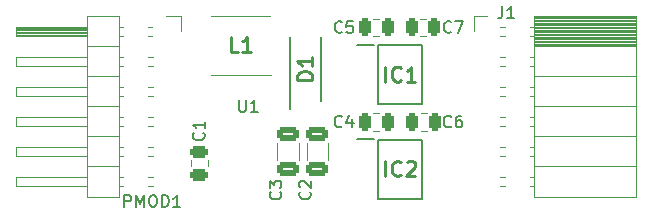
<source format=gto>
%TF.GenerationSoftware,KiCad,Pcbnew,(6.0.5)*%
%TF.CreationDate,2024-06-23T18:03:47+02:00*%
%TF.ProjectId,pmod_level_shifter_8p,706d6f64-5f6c-4657-9665-6c5f73686966,rev?*%
%TF.SameCoordinates,Original*%
%TF.FileFunction,Legend,Top*%
%TF.FilePolarity,Positive*%
%FSLAX46Y46*%
G04 Gerber Fmt 4.6, Leading zero omitted, Abs format (unit mm)*
G04 Created by KiCad (PCBNEW (6.0.5)) date 2024-06-23 18:03:47*
%MOMM*%
%LPD*%
G01*
G04 APERTURE LIST*
G04 Aperture macros list*
%AMRoundRect*
0 Rectangle with rounded corners*
0 $1 Rounding radius*
0 $2 $3 $4 $5 $6 $7 $8 $9 X,Y pos of 4 corners*
0 Add a 4 corners polygon primitive as box body*
4,1,4,$2,$3,$4,$5,$6,$7,$8,$9,$2,$3,0*
0 Add four circle primitives for the rounded corners*
1,1,$1+$1,$2,$3*
1,1,$1+$1,$4,$5*
1,1,$1+$1,$6,$7*
1,1,$1+$1,$8,$9*
0 Add four rect primitives between the rounded corners*
20,1,$1+$1,$2,$3,$4,$5,0*
20,1,$1+$1,$4,$5,$6,$7,0*
20,1,$1+$1,$6,$7,$8,$9,0*
20,1,$1+$1,$8,$9,$2,$3,0*%
G04 Aperture macros list end*
%ADD10C,0.254000*%
%ADD11C,0.150000*%
%ADD12C,0.100000*%
%ADD13C,0.120000*%
%ADD14C,0.200000*%
%ADD15C,1.700000*%
%ADD16C,0.010000*%
%ADD17R,1.500000X4.000000*%
%ADD18RoundRect,0.250000X-0.250000X-0.475000X0.250000X-0.475000X0.250000X0.475000X-0.250000X0.475000X0*%
%ADD19RoundRect,0.250000X-0.475000X0.250000X-0.475000X-0.250000X0.475000X-0.250000X0.475000X0.250000X0*%
%ADD20R,2.150000X2.150000*%
%ADD21R,0.800000X1.400000*%
%ADD22RoundRect,0.250000X0.250000X0.475000X-0.250000X0.475000X-0.250000X-0.475000X0.250000X-0.475000X0*%
%ADD23RoundRect,0.250000X-0.650000X0.325000X-0.650000X-0.325000X0.650000X-0.325000X0.650000X0.325000X0*%
%ADD24R,1.700000X1.700000*%
%ADD25O,1.700000X1.700000*%
%ADD26R,1.475000X0.450000*%
G04 APERTURE END LIST*
D10*
%TO.C,L1*%
X142788333Y-90574523D02*
X142183571Y-90574523D01*
X142183571Y-89304523D01*
X143876904Y-90574523D02*
X143151190Y-90574523D01*
X143514047Y-90574523D02*
X143514047Y-89304523D01*
X143393095Y-89485952D01*
X143272142Y-89606904D01*
X143151190Y-89667380D01*
D11*
%TO.C,C4*%
X151583333Y-96857142D02*
X151535714Y-96904761D01*
X151392857Y-96952380D01*
X151297619Y-96952380D01*
X151154761Y-96904761D01*
X151059523Y-96809523D01*
X151011904Y-96714285D01*
X150964285Y-96523809D01*
X150964285Y-96380952D01*
X151011904Y-96190476D01*
X151059523Y-96095238D01*
X151154761Y-96000000D01*
X151297619Y-95952380D01*
X151392857Y-95952380D01*
X151535714Y-96000000D01*
X151583333Y-96047619D01*
X152440476Y-96285714D02*
X152440476Y-96952380D01*
X152202380Y-95904761D02*
X151964285Y-96619047D01*
X152583333Y-96619047D01*
%TO.C,C1*%
X139857142Y-97416666D02*
X139904761Y-97464285D01*
X139952380Y-97607142D01*
X139952380Y-97702380D01*
X139904761Y-97845238D01*
X139809523Y-97940476D01*
X139714285Y-97988095D01*
X139523809Y-98035714D01*
X139380952Y-98035714D01*
X139190476Y-97988095D01*
X139095238Y-97940476D01*
X139000000Y-97845238D01*
X138952380Y-97702380D01*
X138952380Y-97607142D01*
X139000000Y-97464285D01*
X139047619Y-97416666D01*
X139952380Y-96464285D02*
X139952380Y-97035714D01*
X139952380Y-96750000D02*
X138952380Y-96750000D01*
X139095238Y-96845238D01*
X139190476Y-96940476D01*
X139238095Y-97035714D01*
%TO.C,C5*%
X151583333Y-88857142D02*
X151535714Y-88904761D01*
X151392857Y-88952380D01*
X151297619Y-88952380D01*
X151154761Y-88904761D01*
X151059523Y-88809523D01*
X151011904Y-88714285D01*
X150964285Y-88523809D01*
X150964285Y-88380952D01*
X151011904Y-88190476D01*
X151059523Y-88095238D01*
X151154761Y-88000000D01*
X151297619Y-87952380D01*
X151392857Y-87952380D01*
X151535714Y-88000000D01*
X151583333Y-88047619D01*
X152488095Y-87952380D02*
X152011904Y-87952380D01*
X151964285Y-88428571D01*
X152011904Y-88380952D01*
X152107142Y-88333333D01*
X152345238Y-88333333D01*
X152440476Y-88380952D01*
X152488095Y-88428571D01*
X152535714Y-88523809D01*
X152535714Y-88761904D01*
X152488095Y-88857142D01*
X152440476Y-88904761D01*
X152345238Y-88952380D01*
X152107142Y-88952380D01*
X152011904Y-88904761D01*
X151964285Y-88857142D01*
D10*
%TO.C,D1*%
X149074523Y-92937380D02*
X147804523Y-92937380D01*
X147804523Y-92635000D01*
X147865000Y-92453571D01*
X147985952Y-92332619D01*
X148106904Y-92272142D01*
X148348809Y-92211666D01*
X148530238Y-92211666D01*
X148772142Y-92272142D01*
X148893095Y-92332619D01*
X149014047Y-92453571D01*
X149074523Y-92635000D01*
X149074523Y-92937380D01*
X149074523Y-91002142D02*
X149074523Y-91727857D01*
X149074523Y-91365000D02*
X147804523Y-91365000D01*
X147985952Y-91485952D01*
X148106904Y-91606904D01*
X148167380Y-91727857D01*
D11*
%TO.C,U1*%
X142873095Y-94642380D02*
X142873095Y-95451904D01*
X142920714Y-95547142D01*
X142968333Y-95594761D01*
X143063571Y-95642380D01*
X143254047Y-95642380D01*
X143349285Y-95594761D01*
X143396904Y-95547142D01*
X143444523Y-95451904D01*
X143444523Y-94642380D01*
X144444523Y-95642380D02*
X143873095Y-95642380D01*
X144158809Y-95642380D02*
X144158809Y-94642380D01*
X144063571Y-94785238D01*
X143968333Y-94880476D01*
X143873095Y-94928095D01*
%TO.C,C6*%
X160833333Y-96857142D02*
X160785714Y-96904761D01*
X160642857Y-96952380D01*
X160547619Y-96952380D01*
X160404761Y-96904761D01*
X160309523Y-96809523D01*
X160261904Y-96714285D01*
X160214285Y-96523809D01*
X160214285Y-96380952D01*
X160261904Y-96190476D01*
X160309523Y-96095238D01*
X160404761Y-96000000D01*
X160547619Y-95952380D01*
X160642857Y-95952380D01*
X160785714Y-96000000D01*
X160833333Y-96047619D01*
X161690476Y-95952380D02*
X161500000Y-95952380D01*
X161404761Y-96000000D01*
X161357142Y-96047619D01*
X161261904Y-96190476D01*
X161214285Y-96380952D01*
X161214285Y-96761904D01*
X161261904Y-96857142D01*
X161309523Y-96904761D01*
X161404761Y-96952380D01*
X161595238Y-96952380D01*
X161690476Y-96904761D01*
X161738095Y-96857142D01*
X161785714Y-96761904D01*
X161785714Y-96523809D01*
X161738095Y-96428571D01*
X161690476Y-96380952D01*
X161595238Y-96333333D01*
X161404761Y-96333333D01*
X161309523Y-96380952D01*
X161261904Y-96428571D01*
X161214285Y-96523809D01*
%TO.C,C3*%
X146357142Y-102416666D02*
X146404761Y-102464285D01*
X146452380Y-102607142D01*
X146452380Y-102702380D01*
X146404761Y-102845238D01*
X146309523Y-102940476D01*
X146214285Y-102988095D01*
X146023809Y-103035714D01*
X145880952Y-103035714D01*
X145690476Y-102988095D01*
X145595238Y-102940476D01*
X145500000Y-102845238D01*
X145452380Y-102702380D01*
X145452380Y-102607142D01*
X145500000Y-102464285D01*
X145547619Y-102416666D01*
X145452380Y-102083333D02*
X145452380Y-101464285D01*
X145833333Y-101797619D01*
X145833333Y-101654761D01*
X145880952Y-101559523D01*
X145928571Y-101511904D01*
X146023809Y-101464285D01*
X146261904Y-101464285D01*
X146357142Y-101511904D01*
X146404761Y-101559523D01*
X146452380Y-101654761D01*
X146452380Y-101940476D01*
X146404761Y-102035714D01*
X146357142Y-102083333D01*
%TO.C,PMOD1*%
X133166666Y-103702380D02*
X133166666Y-102702380D01*
X133547619Y-102702380D01*
X133642857Y-102750000D01*
X133690476Y-102797619D01*
X133738095Y-102892857D01*
X133738095Y-103035714D01*
X133690476Y-103130952D01*
X133642857Y-103178571D01*
X133547619Y-103226190D01*
X133166666Y-103226190D01*
X134166666Y-103702380D02*
X134166666Y-102702380D01*
X134500000Y-103416666D01*
X134833333Y-102702380D01*
X134833333Y-103702380D01*
X135500000Y-102702380D02*
X135690476Y-102702380D01*
X135785714Y-102750000D01*
X135880952Y-102845238D01*
X135928571Y-103035714D01*
X135928571Y-103369047D01*
X135880952Y-103559523D01*
X135785714Y-103654761D01*
X135690476Y-103702380D01*
X135500000Y-103702380D01*
X135404761Y-103654761D01*
X135309523Y-103559523D01*
X135261904Y-103369047D01*
X135261904Y-103035714D01*
X135309523Y-102845238D01*
X135404761Y-102750000D01*
X135500000Y-102702380D01*
X136357142Y-103702380D02*
X136357142Y-102702380D01*
X136595238Y-102702380D01*
X136738095Y-102750000D01*
X136833333Y-102845238D01*
X136880952Y-102940476D01*
X136928571Y-103130952D01*
X136928571Y-103273809D01*
X136880952Y-103464285D01*
X136833333Y-103559523D01*
X136738095Y-103654761D01*
X136595238Y-103702380D01*
X136357142Y-103702380D01*
X137880952Y-103702380D02*
X137309523Y-103702380D01*
X137595238Y-103702380D02*
X137595238Y-102702380D01*
X137500000Y-102845238D01*
X137404761Y-102940476D01*
X137309523Y-102988095D01*
D10*
%TO.C,IC1*%
X155260238Y-93074523D02*
X155260238Y-91804523D01*
X156590714Y-92953571D02*
X156530238Y-93014047D01*
X156348809Y-93074523D01*
X156227857Y-93074523D01*
X156046428Y-93014047D01*
X155925476Y-92893095D01*
X155865000Y-92772142D01*
X155804523Y-92530238D01*
X155804523Y-92348809D01*
X155865000Y-92106904D01*
X155925476Y-91985952D01*
X156046428Y-91865000D01*
X156227857Y-91804523D01*
X156348809Y-91804523D01*
X156530238Y-91865000D01*
X156590714Y-91925476D01*
X157800238Y-93074523D02*
X157074523Y-93074523D01*
X157437380Y-93074523D02*
X157437380Y-91804523D01*
X157316428Y-91985952D01*
X157195476Y-92106904D01*
X157074523Y-92167380D01*
D11*
%TO.C,J1*%
X165166666Y-86702380D02*
X165166666Y-87416666D01*
X165119047Y-87559523D01*
X165023809Y-87654761D01*
X164880952Y-87702380D01*
X164785714Y-87702380D01*
X166166666Y-87702380D02*
X165595238Y-87702380D01*
X165880952Y-87702380D02*
X165880952Y-86702380D01*
X165785714Y-86845238D01*
X165690476Y-86940476D01*
X165595238Y-86988095D01*
D10*
%TO.C,IC2*%
X155260238Y-101074523D02*
X155260238Y-99804523D01*
X156590714Y-100953571D02*
X156530238Y-101014047D01*
X156348809Y-101074523D01*
X156227857Y-101074523D01*
X156046428Y-101014047D01*
X155925476Y-100893095D01*
X155865000Y-100772142D01*
X155804523Y-100530238D01*
X155804523Y-100348809D01*
X155865000Y-100106904D01*
X155925476Y-99985952D01*
X156046428Y-99865000D01*
X156227857Y-99804523D01*
X156348809Y-99804523D01*
X156530238Y-99865000D01*
X156590714Y-99925476D01*
X157074523Y-99925476D02*
X157135000Y-99865000D01*
X157255952Y-99804523D01*
X157558333Y-99804523D01*
X157679285Y-99865000D01*
X157739761Y-99925476D01*
X157800238Y-100046428D01*
X157800238Y-100167380D01*
X157739761Y-100348809D01*
X157014047Y-101074523D01*
X157800238Y-101074523D01*
D11*
%TO.C,C7*%
X160833333Y-88857142D02*
X160785714Y-88904761D01*
X160642857Y-88952380D01*
X160547619Y-88952380D01*
X160404761Y-88904761D01*
X160309523Y-88809523D01*
X160261904Y-88714285D01*
X160214285Y-88523809D01*
X160214285Y-88380952D01*
X160261904Y-88190476D01*
X160309523Y-88095238D01*
X160404761Y-88000000D01*
X160547619Y-87952380D01*
X160642857Y-87952380D01*
X160785714Y-88000000D01*
X160833333Y-88047619D01*
X161166666Y-87952380D02*
X161833333Y-87952380D01*
X161404761Y-88952380D01*
%TO.C,C2*%
X148857142Y-102416666D02*
X148904761Y-102464285D01*
X148952380Y-102607142D01*
X148952380Y-102702380D01*
X148904761Y-102845238D01*
X148809523Y-102940476D01*
X148714285Y-102988095D01*
X148523809Y-103035714D01*
X148380952Y-103035714D01*
X148190476Y-102988095D01*
X148095238Y-102940476D01*
X148000000Y-102845238D01*
X147952380Y-102702380D01*
X147952380Y-102607142D01*
X148000000Y-102464285D01*
X148047619Y-102416666D01*
X148047619Y-102035714D02*
X148000000Y-101988095D01*
X147952380Y-101892857D01*
X147952380Y-101654761D01*
X148000000Y-101559523D01*
X148047619Y-101511904D01*
X148142857Y-101464285D01*
X148238095Y-101464285D01*
X148380952Y-101511904D01*
X148952380Y-102083333D01*
X148952380Y-101464285D01*
D12*
%TO.C,L1*%
X140500000Y-92500000D02*
X145540000Y-92500000D01*
X140500000Y-87500000D02*
X145500000Y-87500000D01*
D13*
%TO.C,C4*%
X154238748Y-95765000D02*
X154761252Y-95765000D01*
X154238748Y-97235000D02*
X154761252Y-97235000D01*
%TO.C,C1*%
X140235000Y-99738748D02*
X140235000Y-100261252D01*
X138765000Y-99738748D02*
X138765000Y-100261252D01*
%TO.C,C5*%
X154238748Y-89235000D02*
X154761252Y-89235000D01*
X154238748Y-87765000D02*
X154761252Y-87765000D01*
D14*
%TO.C,D1*%
X149852000Y-94725000D02*
X149852000Y-89275000D01*
X147148000Y-89275000D02*
X147148000Y-95375000D01*
D13*
%TO.C,C6*%
X158761252Y-95765000D02*
X158238748Y-95765000D01*
X158761252Y-97235000D02*
X158238748Y-97235000D01*
%TO.C,C3*%
X146090000Y-98288748D02*
X146090000Y-99711252D01*
X147910000Y-98288748D02*
X147910000Y-99711252D01*
%TO.C,PMOD1*%
X132670000Y-92640000D02*
X130010000Y-92640000D01*
X133067071Y-96070000D02*
X132670000Y-96070000D01*
X135607071Y-96830000D02*
X135152929Y-96830000D01*
X132670000Y-95180000D02*
X130010000Y-95180000D01*
X132670000Y-90100000D02*
X130010000Y-90100000D01*
X133067071Y-93530000D02*
X132670000Y-93530000D01*
X130010000Y-101150000D02*
X124010000Y-101150000D01*
X132670000Y-87500000D02*
X132670000Y-102860000D01*
X135540000Y-89210000D02*
X135152929Y-89210000D01*
X135540000Y-88450000D02*
X135152929Y-88450000D01*
X135607071Y-101910000D02*
X135152929Y-101910000D01*
X132670000Y-102860000D02*
X130010000Y-102860000D01*
X130010000Y-87500000D02*
X132670000Y-87500000D01*
X130010000Y-89110000D02*
X124010000Y-89110000D01*
X124010000Y-89210000D02*
X130010000Y-89210000D01*
X133067071Y-94290000D02*
X132670000Y-94290000D01*
X135607071Y-94290000D02*
X135152929Y-94290000D01*
X137920000Y-88830000D02*
X137920000Y-87560000D01*
X124010000Y-101910000D02*
X130010000Y-101910000D01*
X135607071Y-93530000D02*
X135152929Y-93530000D01*
X132670000Y-100260000D02*
X130010000Y-100260000D01*
X130010000Y-102860000D02*
X130010000Y-87500000D01*
X130010000Y-88510000D02*
X124010000Y-88510000D01*
X124010000Y-93530000D02*
X124010000Y-94290000D01*
X130010000Y-88630000D02*
X124010000Y-88630000D01*
X133067071Y-101150000D02*
X132670000Y-101150000D01*
X135607071Y-90990000D02*
X135152929Y-90990000D01*
X130010000Y-93530000D02*
X124010000Y-93530000D01*
X130010000Y-88870000D02*
X124010000Y-88870000D01*
X124010000Y-96830000D02*
X130010000Y-96830000D01*
X124010000Y-99370000D02*
X130010000Y-99370000D01*
X133067071Y-96830000D02*
X132670000Y-96830000D01*
X135607071Y-99370000D02*
X135152929Y-99370000D01*
X137920000Y-87560000D02*
X136650000Y-87560000D01*
X135607071Y-96070000D02*
X135152929Y-96070000D01*
X133067071Y-90990000D02*
X132670000Y-90990000D01*
X124010000Y-90990000D02*
X124010000Y-91750000D01*
X124010000Y-94290000D02*
X130010000Y-94290000D01*
X124010000Y-88450000D02*
X124010000Y-89210000D01*
X130010000Y-90990000D02*
X124010000Y-90990000D01*
X133067071Y-101910000D02*
X132670000Y-101910000D01*
X133067071Y-98610000D02*
X132670000Y-98610000D01*
X135607071Y-98610000D02*
X135152929Y-98610000D01*
X135607071Y-91750000D02*
X135152929Y-91750000D01*
X130010000Y-88990000D02*
X124010000Y-88990000D01*
X132670000Y-97720000D02*
X130010000Y-97720000D01*
X130010000Y-88450000D02*
X124010000Y-88450000D01*
X133067071Y-99370000D02*
X132670000Y-99370000D01*
X133067071Y-91750000D02*
X132670000Y-91750000D01*
X124010000Y-91750000D02*
X130010000Y-91750000D01*
X124010000Y-101150000D02*
X124010000Y-101910000D01*
X124010000Y-98610000D02*
X124010000Y-99370000D01*
X133067071Y-89210000D02*
X132670000Y-89210000D01*
X135607071Y-101150000D02*
X135152929Y-101150000D01*
X124010000Y-96070000D02*
X124010000Y-96830000D01*
X130010000Y-96070000D02*
X124010000Y-96070000D01*
X130010000Y-98610000D02*
X124010000Y-98610000D01*
X130010000Y-88750000D02*
X124010000Y-88750000D01*
X133067071Y-88450000D02*
X132670000Y-88450000D01*
D14*
%TO.C,IC1*%
X158350000Y-95000000D02*
X154650000Y-95000000D01*
X152825000Y-89975000D02*
X154300000Y-89975000D01*
X154650000Y-90000000D02*
X158350000Y-90000000D01*
X158350000Y-90000000D02*
X158350000Y-95000000D01*
X154650000Y-95000000D02*
X154650000Y-90000000D01*
D13*
%TO.C,J1*%
X165365000Y-88470000D02*
X164985000Y-88470000D01*
X165365000Y-101170000D02*
X164925000Y-101170000D01*
X176505000Y-97720000D02*
X167875000Y-97720000D01*
X176505000Y-89627615D02*
X167875000Y-89627615D01*
X167875000Y-99350000D02*
X167465000Y-99350000D01*
X176505000Y-88682855D02*
X167875000Y-88682855D01*
X167875000Y-91010000D02*
X167465000Y-91010000D01*
X167875000Y-94270000D02*
X167465000Y-94270000D01*
X167875000Y-101170000D02*
X167465000Y-101170000D01*
X176505000Y-88564760D02*
X167875000Y-88564760D01*
X176505000Y-88328570D02*
X167875000Y-88328570D01*
X176505000Y-89981900D02*
X167875000Y-89981900D01*
X163875000Y-87500000D02*
X162765000Y-87500000D01*
X176505000Y-89273330D02*
X167875000Y-89273330D01*
X176505000Y-88800950D02*
X167875000Y-88800950D01*
X167875000Y-98630000D02*
X167465000Y-98630000D01*
X162765000Y-87500000D02*
X162765000Y-88830000D01*
X167875000Y-96090000D02*
X167465000Y-96090000D01*
X167875000Y-101890000D02*
X167465000Y-101890000D01*
X176505000Y-89509520D02*
X167875000Y-89509520D01*
X176505000Y-89745710D02*
X167875000Y-89745710D01*
X176505000Y-87856190D02*
X167875000Y-87856190D01*
X165365000Y-96810000D02*
X164925000Y-96810000D01*
X165365000Y-98630000D02*
X164925000Y-98630000D01*
X176505000Y-88210475D02*
X167875000Y-88210475D01*
X165365000Y-96090000D02*
X164925000Y-96090000D01*
X167875000Y-96810000D02*
X167465000Y-96810000D01*
X165365000Y-93550000D02*
X164925000Y-93550000D01*
X176505000Y-87500000D02*
X167875000Y-87500000D01*
X165365000Y-91730000D02*
X164925000Y-91730000D01*
X176505000Y-88446665D02*
X167875000Y-88446665D01*
X176505000Y-89037140D02*
X167875000Y-89037140D01*
X176505000Y-88919045D02*
X167875000Y-88919045D01*
X176505000Y-89155235D02*
X167875000Y-89155235D01*
X167875000Y-93550000D02*
X167465000Y-93550000D01*
X176505000Y-100260000D02*
X167875000Y-100260000D01*
X165365000Y-91010000D02*
X164925000Y-91010000D01*
X167875000Y-87500000D02*
X167875000Y-102860000D01*
X176505000Y-87974285D02*
X167875000Y-87974285D01*
X176505000Y-92640000D02*
X167875000Y-92640000D01*
X165365000Y-89190000D02*
X164985000Y-89190000D01*
X176505000Y-90100000D02*
X167875000Y-90100000D01*
X167875000Y-88470000D02*
X167465000Y-88470000D01*
X176505000Y-87620000D02*
X167875000Y-87620000D01*
X176505000Y-89391425D02*
X167875000Y-89391425D01*
X165365000Y-94270000D02*
X164925000Y-94270000D01*
X176505000Y-95180000D02*
X167875000Y-95180000D01*
X176505000Y-87500000D02*
X176505000Y-102860000D01*
X167875000Y-91730000D02*
X167465000Y-91730000D01*
X176505000Y-89863805D02*
X167875000Y-89863805D01*
X165365000Y-99350000D02*
X164925000Y-99350000D01*
X167875000Y-89190000D02*
X167465000Y-89190000D01*
X165365000Y-101890000D02*
X164925000Y-101890000D01*
X176505000Y-88092380D02*
X167875000Y-88092380D01*
X176505000Y-87738095D02*
X167875000Y-87738095D01*
X176505000Y-102860000D02*
X167875000Y-102860000D01*
D14*
%TO.C,IC2*%
X154650000Y-98000000D02*
X158350000Y-98000000D01*
X152825000Y-97975000D02*
X154300000Y-97975000D01*
X158350000Y-98000000D02*
X158350000Y-103000000D01*
X158350000Y-103000000D02*
X154650000Y-103000000D01*
X154650000Y-103000000D02*
X154650000Y-98000000D01*
D13*
%TO.C,C7*%
X158711252Y-89235000D02*
X158188748Y-89235000D01*
X158711252Y-87765000D02*
X158188748Y-87765000D01*
%TO.C,C2*%
X148590000Y-98288748D02*
X148590000Y-99711252D01*
X150410000Y-98288748D02*
X150410000Y-99711252D01*
%TD*%
%LPC*%
%TO.C,U1*%
G36*
X143250000Y-99150000D02*
G01*
X142725000Y-99150000D01*
X142725000Y-96975000D01*
X143250000Y-96975000D01*
X143250000Y-99150000D01*
G37*
D15*
X143250000Y-99150000D02*
X142725000Y-99150000D01*
X142725000Y-96975000D01*
X143250000Y-96975000D01*
X143250000Y-99150000D01*
G36*
X143500000Y-101780000D02*
G01*
X142500000Y-101780000D01*
X142500000Y-100180000D01*
X143500000Y-100180000D01*
X143500000Y-101780000D01*
G37*
D16*
X143500000Y-101780000D02*
X142500000Y-101780000D01*
X142500000Y-100180000D01*
X143500000Y-100180000D01*
X143500000Y-101780000D01*
%TD*%
D17*
%TO.C,L1*%
X141200000Y-90000000D03*
X144800000Y-90000000D03*
%TD*%
D18*
%TO.C,C4*%
X153550000Y-96500000D03*
X155450000Y-96500000D03*
%TD*%
D19*
%TO.C,C1*%
X139500000Y-99050000D03*
X139500000Y-100950000D03*
%TD*%
D18*
%TO.C,C5*%
X153550000Y-88500000D03*
X155450000Y-88500000D03*
%TD*%
D20*
%TO.C,D1*%
X148500000Y-94300000D03*
X148500000Y-89700000D03*
%TD*%
D21*
%TO.C,U1*%
X141501000Y-100981000D03*
X144499000Y-100981000D03*
%TD*%
D22*
%TO.C,C6*%
X159450000Y-96500000D03*
X157550000Y-96500000D03*
%TD*%
D23*
%TO.C,C3*%
X147000000Y-97525000D03*
X147000000Y-100475000D03*
%TD*%
D24*
%TO.C,PMOD1*%
X136650000Y-88830000D03*
D25*
X136650000Y-91370000D03*
X136650000Y-93910000D03*
X136650000Y-96450000D03*
X136650000Y-98990000D03*
X136650000Y-101530000D03*
X134110000Y-88830000D03*
X134110000Y-91370000D03*
X134110000Y-93910000D03*
X134110000Y-96450000D03*
X134110000Y-98990000D03*
X134110000Y-101530000D03*
%TD*%
D26*
%TO.C,IC1*%
X153562000Y-90550000D03*
X153562000Y-91200000D03*
X153562000Y-91850000D03*
X153562000Y-92500000D03*
X153562000Y-93150000D03*
X153562000Y-93800000D03*
X153562000Y-94450000D03*
X159438000Y-94450000D03*
X159438000Y-93800000D03*
X159438000Y-93150000D03*
X159438000Y-92500000D03*
X159438000Y-91850000D03*
X159438000Y-91200000D03*
X159438000Y-90550000D03*
%TD*%
D24*
%TO.C,J1*%
X163875000Y-88830000D03*
D25*
X163875000Y-91370000D03*
X163875000Y-93910000D03*
X163875000Y-96450000D03*
X163875000Y-98990000D03*
X163875000Y-101530000D03*
X166415000Y-88830000D03*
X166415000Y-91370000D03*
X166415000Y-93910000D03*
X166415000Y-96450000D03*
X166415000Y-98990000D03*
X166415000Y-101530000D03*
%TD*%
D26*
%TO.C,IC2*%
X153562000Y-98550000D03*
X153562000Y-99200000D03*
X153562000Y-99850000D03*
X153562000Y-100500000D03*
X153562000Y-101150000D03*
X153562000Y-101800000D03*
X153562000Y-102450000D03*
X159438000Y-102450000D03*
X159438000Y-101800000D03*
X159438000Y-101150000D03*
X159438000Y-100500000D03*
X159438000Y-99850000D03*
X159438000Y-99200000D03*
X159438000Y-98550000D03*
%TD*%
D22*
%TO.C,C7*%
X159400000Y-88500000D03*
X157500000Y-88500000D03*
%TD*%
D23*
%TO.C,C2*%
X149500000Y-97525000D03*
X149500000Y-100475000D03*
%TD*%
M02*

</source>
